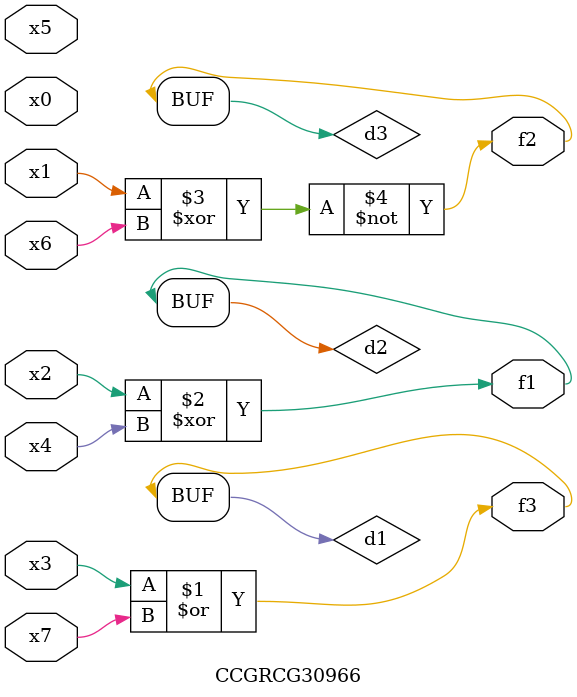
<source format=v>
module CCGRCG30966(
	input x0, x1, x2, x3, x4, x5, x6, x7,
	output f1, f2, f3
);

	wire d1, d2, d3;

	or (d1, x3, x7);
	xor (d2, x2, x4);
	xnor (d3, x1, x6);
	assign f1 = d2;
	assign f2 = d3;
	assign f3 = d1;
endmodule

</source>
